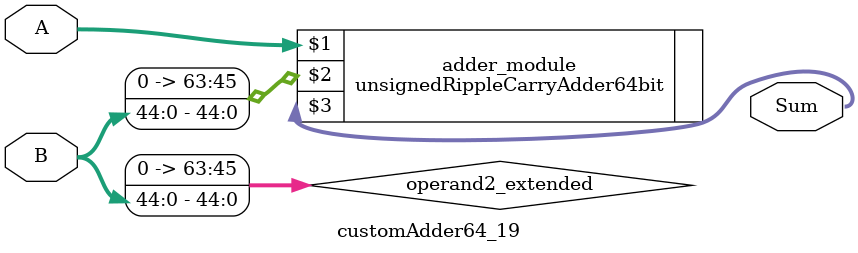
<source format=v>
module customAdder64_19(
                        input [63 : 0] A,
                        input [44 : 0] B,
                        
                        output [64 : 0] Sum
                );

        wire [63 : 0] operand2_extended;
        
        assign operand2_extended =  {19'b0, B};
        
        unsignedRippleCarryAdder64bit adder_module(
            A,
            operand2_extended,
            Sum
        );
        
        endmodule
        
</source>
